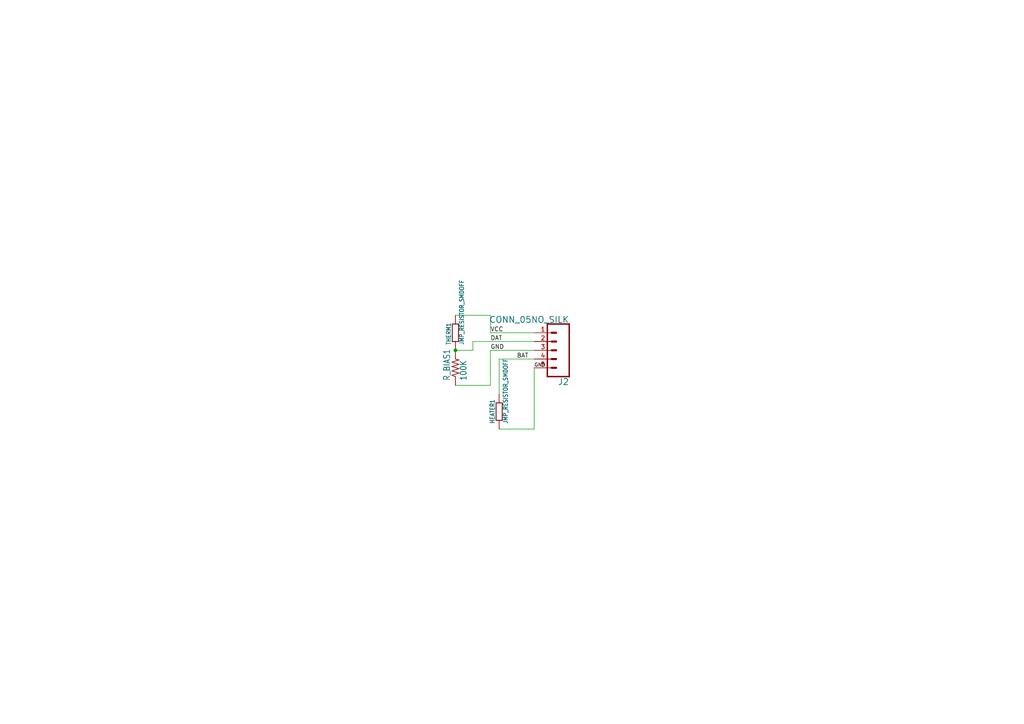
<source format=kicad_sch>
(kicad_sch (version 20220622) (generator eeschema)
  (paper "A4")
  (lib_symbols
    (symbol "Viper0.4.1 tmd probe (6-12)-eagle-import:CONN_05NO_SILK"
      (property "Reference" "J" (at -2.54 8.128 0))
      (property "Value" "CONN_05NO_SILK" (at -2.54 -9.906 0))
      (symbol "CONN_05NO_SILK_1_0"
        (polyline (pts (xy -2.54 7.62) (xy -2.54 -7.62)) (stroke (width 0.4064)))
        (polyline (pts (xy -2.54 7.62) (xy 3.81 7.62)) (stroke (width 0.4064)))
        (polyline (pts (xy 1.27 -5.08) (xy 2.54 -5.08)) (stroke (width 0.6096)))
        (polyline (pts (xy 1.27 -2.54) (xy 2.54 -2.54)) (stroke (width 0.6096)))
        (polyline (pts (xy 1.27 0) (xy 2.54 0)) (stroke (width 0.6096)))
        (polyline (pts (xy 1.27 2.54) (xy 2.54 2.54)) (stroke (width 0.6096)))
        (polyline (pts (xy 1.27 5.08) (xy 2.54 5.08)) (stroke (width 0.6096)))
        (polyline (pts (xy 3.81 -7.62) (xy -2.54 -7.62)) (stroke (width 0.4064)))
        (polyline (pts (xy 3.81 -7.62) (xy 3.81 7.62)) (stroke (width 0.4064)))
        (pin passive line (at 7.62 -5.08 180) (length 5.08) (name "1") (number "1"))
        (pin passive line (at 7.62 -2.54 180) (length 5.08) (name "2") (number "2"))
        (pin passive line (at 7.62 0 180) (length 5.08) (name "3") (number "3"))
        (pin passive line (at 7.62 2.54 180) (length 5.08) (name "4") (number "4"))
        (pin passive line (at 7.62 5.08 180) (length 5.08) (name "5") (number "5"))
      )
    )
    (symbol "Viper0.4.1 tmd probe (6-12)-eagle-import:FLIPFLOP-RES"
      (property "Reference" "R" (at -3.81 1.4986 0))
      (property "Value" "FLIPFLOP-RES" (at -3.81 -3.302 0))
      (symbol "FLIPFLOP-RES_1_0"
        (polyline (pts (xy -2.54 0) (xy -2.159 1.016)) (stroke (width 0.2032)))
        (polyline (pts (xy -2.159 1.016) (xy -1.524 -1.016)) (stroke (width 0.2032)))
        (polyline (pts (xy -1.524 -1.016) (xy -0.889 1.016)) (stroke (width 0.2032)))
        (polyline (pts (xy -0.889 1.016) (xy -0.254 -1.016)) (stroke (width 0.2032)))
        (polyline (pts (xy -0.254 -1.016) (xy 0.381 1.016)) (stroke (width 0.2032)))
        (polyline (pts (xy 0.381 1.016) (xy 1.016 -1.016)) (stroke (width 0.2032)))
        (polyline (pts (xy 1.016 -1.016) (xy 1.651 1.016)) (stroke (width 0.2032)))
        (polyline (pts (xy 1.651 1.016) (xy 2.286 -1.016)) (stroke (width 0.2032)))
        (polyline (pts (xy 2.286 -1.016) (xy 2.54 0)) (stroke (width 0.2032)))
        (pin passive line (at -5.08 0 0) (length 2.54) (name "1") (number "1"))
        (pin passive line (at 5.08 0 180) (length 2.54) (name "2") (number "2"))
      )
    )
    (symbol "Viper0.4.1 tmd probe (6-12)-eagle-import:JMP_RESISTOR_SMDOFF"
      (property "Value" "JMP_RESISTOR_SMDOFF" (at -3.556 -2.54 0))
      (symbol "JMP_RESISTOR_SMDOFF_1_0"
        (polyline (pts (xy -2.54 -0.889) (xy -2.54 0)) (stroke (width 0.254)))
        (polyline (pts (xy -2.54 -0.889) (xy 2.54 -0.889)) (stroke (width 0.254)))
        (polyline (pts (xy -2.54 0) (xy -2.54 0.889)) (stroke (width 0.254)))
        (polyline (pts (xy 2.54 -0.889) (xy 2.54 0)) (stroke (width 0.254)))
        (polyline (pts (xy 2.54 0) (xy 2.54 0.889)) (stroke (width 0.254)))
        (polyline (pts (xy 2.54 0.889) (xy -2.54 0.889)) (stroke (width 0.254)))
        (pin bidirectional line (at -5.08 0 0) (length 2.54) (name "P$1") (number "1"))
        (pin bidirectional line (at 5.08 0 180) (length 2.54) (name "P$2") (number "2"))
      )
    )
  )
  (junction (at 132.08 101.6))
  (wire (pts (xy 144.78 104.14) (xy 144.78 114.3)))
  (wire (pts (xy 154.94 101.6) (xy 142.24 101.6)))
  (wire (pts (xy 142.24 91.44) (xy 142.24 96.52)))
  (wire (pts (xy 144.78 124.46) (xy 154.94 124.46)))
  (wire (pts (xy 142.24 111.76) (xy 142.24 101.6)))
  (wire (pts (xy 154.94 96.52) (xy 142.24 96.52)))
  (wire (pts (xy 154.94 106.68) (xy 154.94 124.46)))
  (wire (pts (xy 154.94 99.06) (xy 137.16 99.06)))
  (wire (pts (xy 132.08 111.76) (xy 142.24 111.76)))
  (wire (pts (xy 154.94 104.14) (xy 144.78 104.14)))
  (wire (pts (xy 137.16 99.06) (xy 137.16 101.6)))
  (wire (pts (xy 132.08 91.44) (xy 142.24 91.44)))
  (wire (pts (xy 137.16 101.6) (xy 132.08 101.6)))
  (label "BAT" (at 149.86 104.14 0) (effects (font (size 1.2446 1.2446))))
  (label "GND" (at 154.94 106.68 0) (effects (font (size 1.016 1.016))))
  (label "DAT" (at 142.24 99.06 0) (effects (font (size 1.2446 1.2446))))
  (label "VCC" (at 142.24 96.52 0) (effects (font (size 1.2446 1.2446))))
  (label "GND" (at 142.24 101.6 0) (effects (font (size 1.2446 1.2446))))
  (symbol (lib_id "Viper0.4.1 tmd probe (6-12)-eagle-import:CONN_05NO_SILK") (at 162.56 101.6 180) (unit 1)
    (default_instance (reference "U") (unit 1) (value "") (footprint ""))
    (property "Reference" "J2" (at 165.1 109.728 0) (effects (font (size 1.778 1.778)) (justify left bottom)))
    (property "Value" "CONN_05NO_SILK" (at 165.1 91.694 0) (effects (font (size 1.778 1.778)) (justify left bottom)))
    (property "Footprint" "Viper0.4.1 tmd probe (6-12):1X05_NO_SILK" (effects hide))
  )
  (symbol (lib_id "Viper0.4.1 tmd probe (6-12)-eagle-import:JMP_RESISTOR_SMDOFF") (at 132.08 96.52 90) (unit 1)
    (default_instance (reference "U") (unit 1) (value "") (footprint ""))
    (property "Reference" "THERM1" (at 130.81 100.076 0) (effects (font (size 1.27 1.0795)) (justify left bottom)))
    (property "Value" "JMP_RESISTOR_SMDOFF" (at 134.62 100.076 0) (effects (font (size 1.27 1.0795)) (justify left bottom)))
    (property "Footprint" "Viper0.4.1 tmd probe (6-12):JMP_OFF_SMD" (effects hide))
  )
  (symbol (lib_id "Viper0.4.1 tmd probe (6-12)-eagle-import:JMP_RESISTOR_SMDOFF") (at 144.78 119.38 90) (unit 1)
    (default_instance (reference "U") (unit 1) (value "") (footprint ""))
    (property "Reference" "HEATER1" (at 143.51 122.936 0) (effects (font (size 1.27 1.0795)) (justify left bottom)))
    (property "Value" "JMP_RESISTOR_SMDOFF" (at 147.32 122.936 0) (effects (font (size 1.27 1.0795)) (justify left bottom)))
    (property "Footprint" "Viper0.4.1 tmd probe (6-12):JMP_OFF_SMD" (effects hide))
  )
  (symbol (lib_id "Viper0.4.1 tmd probe (6-12)-eagle-import:FLIPFLOP-RES") (at 132.08 106.68 90) (unit 1)
    (default_instance (reference "U") (unit 1) (value "") (footprint ""))
    (property "Reference" "R_BIAS1" (at 130.5814 110.49 0) (effects (font (size 1.778 1.5113)) (justify left bottom)))
    (property "Value" "100K" (at 135.382 110.49 0) (effects (font (size 1.778 1.5113)) (justify left bottom)))
    (property "Footprint" "Viper0.4.1 tmd probe (6-12):0805-THM" (effects hide))
  )
)
</source>
